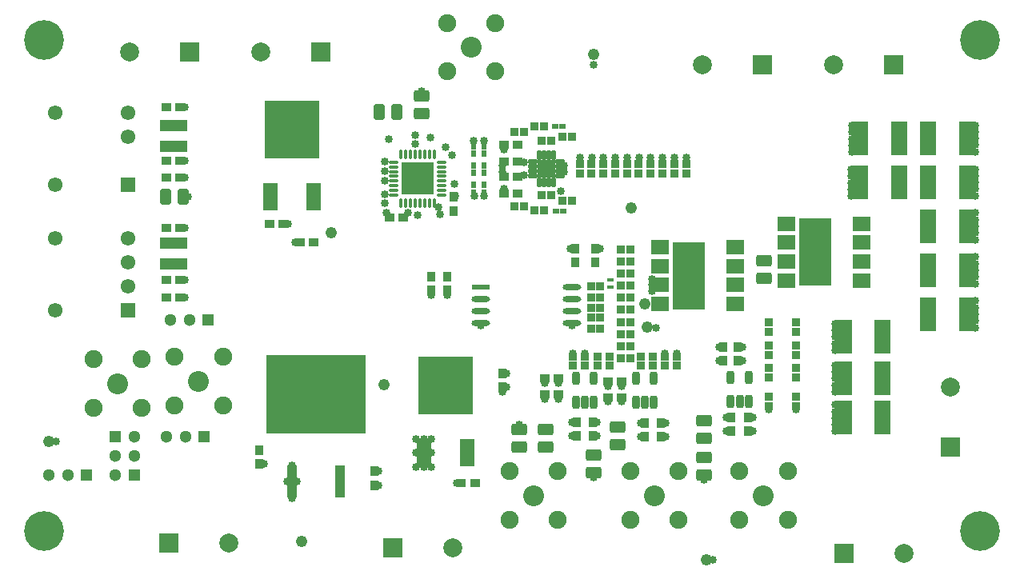
<source format=gts>
G04*
G04 #@! TF.GenerationSoftware,Altium Limited,Altium Designer,22.0.2 (36)*
G04*
G04 Layer_Color=8388736*
%FSLAX44Y44*%
%MOMM*%
G71*
G04*
G04 #@! TF.SameCoordinates,A00C5D83-CF48-4284-9485-F4BE2AF80D81*
G04*
G04*
G04 #@! TF.FilePolarity,Negative*
G04*
G01*
G75*
%ADD17R,1.0160X3.5052*%
%ADD18R,10.4900X8.3800*%
%ADD19R,0.9582X1.0065*%
%ADD20R,1.0065X0.9582*%
%ADD21R,0.5725X0.6654*%
%ADD22R,1.8032X3.6042*%
%ADD24R,1.6000X3.0000*%
%ADD25R,5.8000X6.2000*%
%ADD38R,0.6654X0.5725*%
%ADD40R,1.9551X0.6221*%
G04:AMPARAMS|DCode=41|XSize=1.9551mm|YSize=0.6221mm|CornerRadius=0.3111mm|HoleSize=0mm|Usage=FLASHONLY|Rotation=0.000|XOffset=0mm|YOffset=0mm|HoleType=Round|Shape=RoundedRectangle|*
%AMROUNDEDRECTD41*
21,1,1.9551,0.0000,0,0,0.0*
21,1,1.3329,0.6221,0,0,0.0*
1,1,0.6221,0.6665,0.0000*
1,1,0.6221,-0.6665,0.0000*
1,1,0.6221,-0.6665,0.0000*
1,1,0.6221,0.6665,0.0000*
%
%ADD41ROUNDEDRECTD41*%
%ADD42R,0.7112X0.3937*%
%ADD43O,1.0032X0.4032*%
G04:AMPARAMS|DCode=44|XSize=1.0632mm|YSize=0.4632mm|CornerRadius=0.1341mm|HoleSize=0mm|Usage=FLASHONLY|Rotation=270.000|XOffset=0mm|YOffset=0mm|HoleType=Round|Shape=RoundedRectangle|*
%AMROUNDEDRECTD44*
21,1,1.0632,0.1950,0,0,270.0*
21,1,0.7950,0.4632,0,0,270.0*
1,1,0.2682,-0.0975,-0.3975*
1,1,0.2682,-0.0975,0.3975*
1,1,0.2682,0.0975,0.3975*
1,1,0.2682,0.0975,-0.3975*
%
%ADD44ROUNDEDRECTD44*%
%ADD45R,0.8532X0.8532*%
G04:AMPARAMS|DCode=46|XSize=1.0632mm|YSize=0.4632mm|CornerRadius=0.1341mm|HoleSize=0mm|Usage=FLASHONLY|Rotation=0.000|XOffset=0mm|YOffset=0mm|HoleType=Round|Shape=RoundedRectangle|*
%AMROUNDEDRECTD46*
21,1,1.0632,0.1950,0,0,0.0*
21,1,0.7950,0.4632,0,0,0.0*
1,1,0.2682,0.3975,-0.0975*
1,1,0.2682,-0.3975,-0.0975*
1,1,0.2682,-0.3975,0.0975*
1,1,0.2682,0.3975,0.0975*
%
%ADD46ROUNDEDRECTD46*%
%ADD47O,0.4032X1.0032*%
%ADD48R,1.8532X1.5532*%
%ADD49R,3.4032X7.2032*%
G04:AMPARAMS|DCode=50|XSize=1.2032mm|YSize=1.6232mm|CornerRadius=0.2266mm|HoleSize=0mm|Usage=FLASHONLY|Rotation=90.000|XOffset=0mm|YOffset=0mm|HoleType=Round|Shape=RoundedRectangle|*
%AMROUNDEDRECTD50*
21,1,1.2032,1.1700,0,0,90.0*
21,1,0.7500,1.6232,0,0,90.0*
1,1,0.4532,0.5850,0.3750*
1,1,0.4532,0.5850,-0.3750*
1,1,0.4532,-0.5850,-0.3750*
1,1,0.4532,-0.5850,0.3750*
%
%ADD50ROUNDEDRECTD50*%
%ADD51R,0.8532X0.8532*%
G04:AMPARAMS|DCode=52|XSize=1.4132mm|YSize=0.7932mm|CornerRadius=0.2491mm|HoleSize=0mm|Usage=FLASHONLY|Rotation=90.000|XOffset=0mm|YOffset=0mm|HoleType=Round|Shape=RoundedRectangle|*
%AMROUNDEDRECTD52*
21,1,1.4132,0.2950,0,0,90.0*
21,1,0.9150,0.7932,0,0,90.0*
1,1,0.4982,0.1475,0.4575*
1,1,0.4982,0.1475,-0.4575*
1,1,0.4982,-0.1475,-0.4575*
1,1,0.4982,-0.1475,0.4575*
%
%ADD52ROUNDEDRECTD52*%
%ADD53R,2.9032X1.2032*%
G04:AMPARAMS|DCode=54|XSize=1.2032mm|YSize=1.6232mm|CornerRadius=0.2266mm|HoleSize=0mm|Usage=FLASHONLY|Rotation=0.000|XOffset=0mm|YOffset=0mm|HoleType=Round|Shape=RoundedRectangle|*
%AMROUNDEDRECTD54*
21,1,1.2032,1.1700,0,0,0.0*
21,1,0.7500,1.6232,0,0,0.0*
1,1,0.4532,0.3750,-0.5850*
1,1,0.4532,-0.3750,-0.5850*
1,1,0.4532,-0.3750,0.5850*
1,1,0.4532,0.3750,0.5850*
%
%ADD54ROUNDEDRECTD54*%
%ADD55R,3.5032X3.5032*%
%ADD56R,1.8832X1.8832*%
%ADD57C,1.2192*%
%ADD58C,0.8532*%
%ADD59C,1.9050*%
%ADD60C,2.2098*%
%ADD61R,1.3000X1.3000*%
%ADD62C,1.3000*%
%ADD63R,2.0032X2.0032*%
%ADD64C,2.0032*%
%ADD65R,2.0032X2.0032*%
%ADD66C,4.2032*%
%ADD67C,1.5500*%
%ADD68R,1.5500X1.5500*%
%ADD69R,1.3000X1.3000*%
D17*
X312800Y52250D02*
D03*
X262000D02*
D03*
D18*
X287400Y144960D02*
D03*
D19*
X426500Y255242D02*
D03*
Y269759D02*
D03*
X409750Y255242D02*
D03*
Y269759D02*
D03*
X227500Y85509D02*
D03*
Y70992D02*
D03*
X433598Y339115D02*
D03*
Y353632D02*
D03*
X563250Y115283D02*
D03*
Y100765D02*
D03*
X580250Y115033D02*
D03*
Y100515D02*
D03*
X718940Y195179D02*
D03*
Y180662D02*
D03*
X734180Y195179D02*
D03*
Y180662D02*
D03*
X744830Y105732D02*
D03*
Y120249D02*
D03*
X727050Y105732D02*
D03*
Y120249D02*
D03*
X652500Y99991D02*
D03*
Y114508D02*
D03*
X635750Y99991D02*
D03*
Y114508D02*
D03*
X484500Y152515D02*
D03*
Y167033D02*
D03*
X349000Y48787D02*
D03*
Y63304D02*
D03*
X583250Y299008D02*
D03*
Y284491D02*
D03*
X561750Y299008D02*
D03*
Y284491D02*
D03*
D20*
X486582Y391674D02*
D03*
X501099D02*
D03*
X270968Y306000D02*
D03*
X285485D02*
D03*
X238491Y325250D02*
D03*
X253008D02*
D03*
X611009Y141750D02*
D03*
X596492D02*
D03*
X611250Y158500D02*
D03*
X596733D02*
D03*
X544530Y161750D02*
D03*
X530013D02*
D03*
X544508Y145000D02*
D03*
X529991D02*
D03*
X441242Y50750D02*
D03*
X455759D02*
D03*
X143758Y247500D02*
D03*
X129241D02*
D03*
X143758Y266250D02*
D03*
X129241D02*
D03*
Y321000D02*
D03*
X143758D02*
D03*
Y374750D02*
D03*
X129241D02*
D03*
X143758Y392250D02*
D03*
X129241D02*
D03*
X143758Y449250D02*
D03*
X129241D02*
D03*
X365180Y332398D02*
D03*
X379697D02*
D03*
X486582Y408726D02*
D03*
X501099D02*
D03*
Y357709D02*
D03*
X486582D02*
D03*
Y374959D02*
D03*
X501099D02*
D03*
D21*
X454591Y358335D02*
D03*
Y366406D02*
D03*
X465703Y399544D02*
D03*
Y407615D02*
D03*
Y358335D02*
D03*
Y366406D02*
D03*
X454591Y387109D02*
D03*
Y379038D02*
D03*
X465703Y387109D02*
D03*
Y379038D02*
D03*
X454591Y407615D02*
D03*
Y399544D02*
D03*
D22*
X845995Y161750D02*
D03*
X846000Y205750D02*
D03*
X887010D02*
D03*
X935540Y368950D02*
D03*
X976551D02*
D03*
X887005Y119942D02*
D03*
X845995D02*
D03*
X935540Y229300D02*
D03*
X976550D02*
D03*
X935540Y275850D02*
D03*
X976551D02*
D03*
X935540Y322400D02*
D03*
X976551D02*
D03*
X904755Y368950D02*
D03*
X863745D02*
D03*
X904755Y415500D02*
D03*
X863745D02*
D03*
X935540Y415500D02*
D03*
X976551D02*
D03*
X887005Y161750D02*
D03*
D24*
X285250Y353750D02*
D03*
X239650D02*
D03*
X447300Y82700D02*
D03*
X401700D02*
D03*
D25*
X262450Y425550D02*
D03*
X424500Y154500D02*
D03*
D38*
X540685Y428750D02*
D03*
X548756D02*
D03*
X541364Y339000D02*
D03*
X549435D02*
D03*
D40*
X461768Y258620D02*
D03*
D41*
Y245920D02*
D03*
Y233220D02*
D03*
Y220520D02*
D03*
X558380D02*
D03*
Y233220D02*
D03*
Y245920D02*
D03*
Y258620D02*
D03*
D42*
X599250Y265742D02*
D03*
Y258757D02*
D03*
D43*
X420556Y380639D02*
D03*
Y385639D02*
D03*
X369556Y355639D02*
D03*
Y390639D02*
D03*
Y385639D02*
D03*
Y380639D02*
D03*
Y375639D02*
D03*
Y370639D02*
D03*
Y365639D02*
D03*
Y360639D02*
D03*
X420556Y355639D02*
D03*
Y360639D02*
D03*
Y365639D02*
D03*
Y370639D02*
D03*
Y375639D02*
D03*
Y390639D02*
D03*
D44*
X529121Y369467D02*
D03*
X539120D02*
D03*
X534120D02*
D03*
X524120D02*
D03*
X529121Y398167D02*
D03*
X534120D02*
D03*
X539120D02*
D03*
X524120D02*
D03*
D45*
X497590Y343517D02*
D03*
X526711Y355867D02*
D03*
X507590Y423000D02*
D03*
X497590D02*
D03*
X548220Y417500D02*
D03*
X558220D02*
D03*
X528971Y428500D02*
D03*
X518971D02*
D03*
X536711Y355867D02*
D03*
X507590Y343517D02*
D03*
X528721Y339250D02*
D03*
X518720D02*
D03*
X548220Y350000D02*
D03*
X558220D02*
D03*
X610020Y298240D02*
D03*
X620020D02*
D03*
X610020Y183090D02*
D03*
X620020D02*
D03*
X588460Y226020D02*
D03*
X578460D02*
D03*
X588460Y236180D02*
D03*
X578460D02*
D03*
X620020Y221473D02*
D03*
X610020D02*
D03*
X620020Y234268D02*
D03*
X610020D02*
D03*
X620020Y259857D02*
D03*
X610020D02*
D03*
X620020Y247062D02*
D03*
X610020D02*
D03*
X620020Y285446D02*
D03*
X610020D02*
D03*
X620020Y272651D02*
D03*
X610020D02*
D03*
X620020Y208679D02*
D03*
X610020D02*
D03*
X620020Y195885D02*
D03*
X610020D02*
D03*
X588460Y247610D02*
D03*
X578460D02*
D03*
X588540Y214590D02*
D03*
X578540D02*
D03*
X588540Y259040D02*
D03*
X578540D02*
D03*
X536621Y413017D02*
D03*
X526621D02*
D03*
D46*
X517270Y381317D02*
D03*
X545970Y391317D02*
D03*
Y386317D02*
D03*
Y381317D02*
D03*
Y376317D02*
D03*
X517270D02*
D03*
Y391317D02*
D03*
Y386317D02*
D03*
D47*
X377556Y347639D02*
D03*
X382556D02*
D03*
X387556D02*
D03*
X412556Y398639D02*
D03*
X407556D02*
D03*
X402556D02*
D03*
X397556D02*
D03*
X392556D02*
D03*
X387556D02*
D03*
X382556D02*
D03*
X377556D02*
D03*
X392556Y347639D02*
D03*
X397556D02*
D03*
X402556D02*
D03*
X407556D02*
D03*
X412556D02*
D03*
D48*
X731240Y300470D02*
D03*
Y240470D02*
D03*
X651740D02*
D03*
Y300470D02*
D03*
X731240Y280470D02*
D03*
Y260470D02*
D03*
X651740Y280470D02*
D03*
Y260470D02*
D03*
X865000Y325500D02*
D03*
Y265500D02*
D03*
X785500D02*
D03*
Y325500D02*
D03*
X865000Y305500D02*
D03*
Y285500D02*
D03*
X785500Y305500D02*
D03*
Y285500D02*
D03*
D49*
X682390Y270470D02*
D03*
X816150Y295500D02*
D03*
D50*
X502750Y107600D02*
D03*
Y88900D02*
D03*
X530250D02*
D03*
Y107600D02*
D03*
X581500Y80600D02*
D03*
Y61900D02*
D03*
X607000Y110100D02*
D03*
Y91400D02*
D03*
X698000Y59500D02*
D03*
Y78200D02*
D03*
Y97900D02*
D03*
Y116600D02*
D03*
X762000Y267400D02*
D03*
Y286100D02*
D03*
X399598Y442032D02*
D03*
Y460732D02*
D03*
D51*
X631500Y185000D02*
D03*
Y175000D02*
D03*
X644250Y185000D02*
D03*
Y175000D02*
D03*
X657000D02*
D03*
Y185000D02*
D03*
X669750Y175000D02*
D03*
Y185000D02*
D03*
X795630Y210860D02*
D03*
Y220860D02*
D03*
Y186730D02*
D03*
Y196730D02*
D03*
X766420Y186730D02*
D03*
Y196730D02*
D03*
Y162600D02*
D03*
Y172600D02*
D03*
X795630Y162600D02*
D03*
Y172600D02*
D03*
Y132120D02*
D03*
Y142120D02*
D03*
X766420D02*
D03*
Y132120D02*
D03*
X598250Y175000D02*
D03*
Y185000D02*
D03*
X585250D02*
D03*
Y175000D02*
D03*
X572250D02*
D03*
Y185000D02*
D03*
X559250Y175000D02*
D03*
Y185000D02*
D03*
X654213Y388750D02*
D03*
Y378750D02*
D03*
X604243Y388750D02*
D03*
Y378750D02*
D03*
X579258Y388750D02*
D03*
Y378750D02*
D03*
X629228Y388750D02*
D03*
Y378750D02*
D03*
X641721Y388750D02*
D03*
Y378750D02*
D03*
X666706Y388750D02*
D03*
Y378750D02*
D03*
X679199D02*
D03*
Y388750D02*
D03*
X566765D02*
D03*
Y378750D02*
D03*
X616735D02*
D03*
Y388750D02*
D03*
X591750Y378750D02*
D03*
Y388750D02*
D03*
X766420Y210860D02*
D03*
Y220860D02*
D03*
D52*
X726440Y137270D02*
D03*
X735940D02*
D03*
X745440D02*
D03*
Y162370D02*
D03*
X726440D02*
D03*
X626250Y161550D02*
D03*
X645250D02*
D03*
Y136450D02*
D03*
X635750D02*
D03*
X626250D02*
D03*
X562750Y161550D02*
D03*
X581750D02*
D03*
Y136450D02*
D03*
X572250D02*
D03*
X562750D02*
D03*
D53*
X136959Y304500D02*
D03*
Y282500D02*
D03*
Y429250D02*
D03*
Y407250D02*
D03*
D54*
X128650Y353750D02*
D03*
X147350D02*
D03*
X354748Y443632D02*
D03*
X373448D02*
D03*
D55*
X395056Y373139D02*
D03*
D56*
X531620Y383816D02*
D03*
D57*
X581500Y504500D02*
D03*
X638250Y215750D02*
D03*
X635782Y240665D02*
D03*
X272000Y-11000D02*
D03*
X360000Y155250D02*
D03*
X621500Y342500D02*
D03*
X700460Y-30000D02*
D03*
X5080Y94750D02*
D03*
X304000Y316000D02*
D03*
D58*
X321690Y170360D02*
D03*
X287400D02*
D03*
X253110D02*
D03*
X321690Y136070D02*
D03*
X287400D02*
D03*
X253110D02*
D03*
X401700Y67700D02*
D03*
X837176Y119678D02*
D03*
Y126678D02*
D03*
Y133678D02*
D03*
X484910Y380387D02*
D03*
X507818Y390087D02*
D03*
Y377009D02*
D03*
X395496Y334132D02*
D03*
X417404Y342658D02*
D03*
X434395Y367406D02*
D03*
X434996Y354997D02*
D03*
X454996Y354731D02*
D03*
X454820Y413034D02*
D03*
X465117D02*
D03*
X465590Y354731D02*
D03*
X484980Y386883D02*
D03*
X461768Y217409D02*
D03*
X409750Y250209D02*
D03*
X426500D02*
D03*
X714149Y195179D02*
D03*
X738971D02*
D03*
X714149Y180662D02*
D03*
X738971D02*
D03*
X399598Y465732D02*
D03*
X240000Y400000D02*
D03*
X270000D02*
D03*
X255000Y415000D02*
D03*
X285000D02*
D03*
X240000Y435000D02*
D03*
X270000D02*
D03*
X285000Y450000D02*
D03*
X255000D02*
D03*
X588041Y299008D02*
D03*
X556959D02*
D03*
X502750Y112600D02*
D03*
X581500Y56900D02*
D03*
X698000Y54500D02*
D03*
X836984Y198486D02*
D03*
X836984Y191486D02*
D03*
X836984Y205486D02*
D03*
Y212486D02*
D03*
X836984Y219486D02*
D03*
X836979Y154487D02*
D03*
X836980Y147486D02*
D03*
X836979Y161486D02*
D03*
Y168486D02*
D03*
X836979Y175487D02*
D03*
X853979Y361686D02*
D03*
X853979Y354686D02*
D03*
X853979Y368686D02*
D03*
Y375686D02*
D03*
X853979Y382686D02*
D03*
X854729Y408237D02*
D03*
X854729Y401237D02*
D03*
X854729Y415237D02*
D03*
Y422237D02*
D03*
X854729Y429237D02*
D03*
X148791Y247500D02*
D03*
Y266250D02*
D03*
Y321000D02*
D03*
Y449250D02*
D03*
X152350Y353750D02*
D03*
X148791Y374750D02*
D03*
Y392250D02*
D03*
X232291Y70992D02*
D03*
X267080Y52250D02*
D03*
X256920D02*
D03*
X262000Y69776D02*
D03*
Y34724D02*
D03*
X353791Y63304D02*
D03*
Y48787D02*
D03*
X401700Y97700D02*
D03*
X393700D02*
D03*
X409700D02*
D03*
Y82700D02*
D03*
X393700D02*
D03*
Y67700D02*
D03*
X409700D02*
D03*
X436209Y50750D02*
D03*
X484500Y147483D02*
D03*
X489291Y152515D02*
D03*
Y167033D02*
D03*
X544530Y156959D02*
D03*
X530013D02*
D03*
X529991Y140209D02*
D03*
X544508D02*
D03*
X611250Y153709D02*
D03*
X596733D02*
D03*
X611009Y136959D02*
D03*
X596492D02*
D03*
X585041Y115033D02*
D03*
X558459Y115283D02*
D03*
Y100765D02*
D03*
X585041Y100515D02*
D03*
X795630Y128870D02*
D03*
X766420Y128870D02*
D03*
X749621Y105732D02*
D03*
Y120249D02*
D03*
X722259D02*
D03*
Y105732D02*
D03*
X630959Y114508D02*
D03*
Y99991D02*
D03*
X657291D02*
D03*
Y114508D02*
D03*
X559250Y188250D02*
D03*
X572250D02*
D03*
X657000D02*
D03*
X669750D02*
D03*
X643490Y260470D02*
D03*
Y267220D02*
D03*
Y253720D02*
D03*
X558380Y217409D02*
D03*
X265935Y306000D02*
D03*
X258041Y325250D02*
D03*
X550270Y387292D02*
D03*
X549945Y380017D02*
D03*
X486582Y403935D02*
D03*
Y362500D02*
D03*
X418493Y335437D02*
D03*
X384729Y337189D02*
D03*
X360318Y356632D02*
D03*
X362477Y337189D02*
D03*
X837176Y112678D02*
D03*
Y105678D02*
D03*
X985566Y236563D02*
D03*
Y243563D02*
D03*
Y229563D02*
D03*
Y222563D02*
D03*
Y215563D02*
D03*
X985566Y283114D02*
D03*
Y290114D02*
D03*
Y276114D02*
D03*
Y269114D02*
D03*
Y262113D02*
D03*
Y329664D02*
D03*
Y336664D02*
D03*
Y322664D02*
D03*
Y315664D02*
D03*
Y308664D02*
D03*
Y376213D02*
D03*
Y383214D02*
D03*
Y369214D02*
D03*
Y362214D02*
D03*
Y355214D02*
D03*
Y401763D02*
D03*
Y408764D02*
D03*
Y415764D02*
D03*
X406056Y384139D02*
D03*
Y373139D02*
D03*
Y362139D02*
D03*
X395056Y384139D02*
D03*
Y373139D02*
D03*
Y362139D02*
D03*
X384056Y384139D02*
D03*
Y373139D02*
D03*
Y362139D02*
D03*
X985566Y429764D02*
D03*
Y422763D02*
D03*
X581138Y493577D02*
D03*
X647500Y215500D02*
D03*
X707960Y-30000D02*
D03*
X425098Y406132D02*
D03*
X431848Y398132D02*
D03*
X408818Y416381D02*
D03*
X364950Y415279D02*
D03*
X12580Y95000D02*
D03*
X546840Y360314D02*
D03*
X360068Y347132D02*
D03*
X360318Y380882D02*
D03*
Y390882D02*
D03*
Y370631D02*
D03*
X392598Y418882D02*
D03*
Y409882D02*
D03*
X616923Y395840D02*
D03*
X604173D02*
D03*
X591816D02*
D03*
X629423D02*
D03*
X566830D02*
D03*
X579323D02*
D03*
X654279D02*
D03*
X641786D02*
D03*
X666772D02*
D03*
X679265D02*
D03*
D59*
X103250Y181750D02*
D03*
Y130696D02*
D03*
X52196D02*
D03*
Y181750D02*
D03*
X671527Y63304D02*
D03*
Y12250D02*
D03*
X620473D02*
D03*
Y63304D02*
D03*
X786777D02*
D03*
Y12250D02*
D03*
X735723D02*
D03*
Y63304D02*
D03*
X189000Y184304D02*
D03*
Y133250D02*
D03*
X137946D02*
D03*
Y184304D02*
D03*
X543500Y63304D02*
D03*
Y12250D02*
D03*
X492446D02*
D03*
Y63304D02*
D03*
X477527Y486973D02*
D03*
X426473D02*
D03*
Y538027D02*
D03*
X477527D02*
D03*
D60*
X77723Y156223D02*
D03*
X646000Y37777D02*
D03*
X761250D02*
D03*
X163473Y158777D02*
D03*
X517973Y37777D02*
D03*
X452000Y512500D02*
D03*
D61*
X173709Y223750D02*
D03*
X169250Y100250D02*
D03*
X45000Y59500D02*
D03*
D62*
X153709Y223750D02*
D03*
X133709D02*
D03*
X95000Y99750D02*
D03*
Y79750D02*
D03*
X75000Y59750D02*
D03*
Y79750D02*
D03*
X149250Y100250D02*
D03*
X129250D02*
D03*
X5000Y59500D02*
D03*
X25000D02*
D03*
D63*
X898587Y493924D02*
D03*
X760338D02*
D03*
X846641Y-23423D02*
D03*
X368500Y-17500D02*
D03*
X131500Y-13000D02*
D03*
X153500Y507500D02*
D03*
X293000D02*
D03*
D64*
X835087Y493924D02*
D03*
X696838D02*
D03*
X958849Y152770D02*
D03*
X910141Y-23423D02*
D03*
X432000Y-17500D02*
D03*
X195000Y-13000D02*
D03*
X90000Y507500D02*
D03*
X229500D02*
D03*
D65*
X958849Y89270D02*
D03*
D66*
X990000Y520000D02*
D03*
Y0D02*
D03*
X0D02*
D03*
Y520000D02*
D03*
D67*
X11250Y309850D02*
D03*
Y233650D02*
D03*
X88250Y309850D02*
D03*
Y284450D02*
D03*
Y259050D02*
D03*
X11250Y366650D02*
D03*
Y442850D02*
D03*
X88250D02*
D03*
Y417450D02*
D03*
D68*
Y233650D02*
D03*
Y366650D02*
D03*
D69*
X95000Y59750D02*
D03*
X75000Y99750D02*
D03*
M02*

</source>
